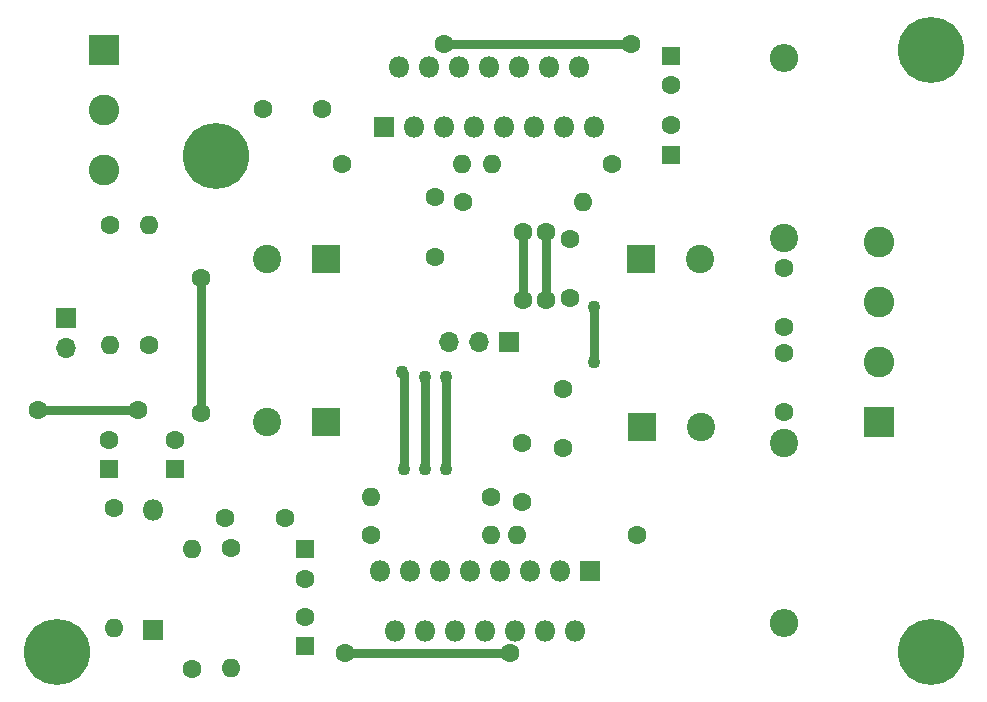
<source format=gbr>
%TF.GenerationSoftware,KiCad,Pcbnew,6.0.9-8da3e8f707~117~ubuntu20.04.1*%
%TF.CreationDate,2022-12-08T11:19:40-05:00*%
%TF.ProjectId,TDA7294,54444137-3239-4342-9e6b-696361645f70,v1.0.0*%
%TF.SameCoordinates,PX6146580PY3dfd240*%
%TF.FileFunction,Copper,L1,Top*%
%TF.FilePolarity,Positive*%
%FSLAX46Y46*%
G04 Gerber Fmt 4.6, Leading zero omitted, Abs format (unit mm)*
G04 Created by KiCad (PCBNEW 6.0.9-8da3e8f707~117~ubuntu20.04.1) date 2022-12-08 11:19:40*
%MOMM*%
%LPD*%
G01*
G04 APERTURE LIST*
%TA.AperFunction,ComponentPad*%
%ADD10R,1.600000X1.600000*%
%TD*%
%TA.AperFunction,ComponentPad*%
%ADD11C,1.600000*%
%TD*%
%TA.AperFunction,ComponentPad*%
%ADD12R,2.400000X2.400000*%
%TD*%
%TA.AperFunction,ComponentPad*%
%ADD13C,2.400000*%
%TD*%
%TA.AperFunction,ComponentPad*%
%ADD14R,1.800000X1.800000*%
%TD*%
%TA.AperFunction,ComponentPad*%
%ADD15O,1.800000X1.800000*%
%TD*%
%TA.AperFunction,ComponentPad*%
%ADD16R,2.600000X2.600000*%
%TD*%
%TA.AperFunction,ComponentPad*%
%ADD17C,2.600000*%
%TD*%
%TA.AperFunction,ComponentPad*%
%ADD18R,1.700000X1.700000*%
%TD*%
%TA.AperFunction,ComponentPad*%
%ADD19O,1.700000X1.700000*%
%TD*%
%TA.AperFunction,ComponentPad*%
%ADD20O,1.600000X1.600000*%
%TD*%
%TA.AperFunction,ComponentPad*%
%ADD21O,2.400000X2.400000*%
%TD*%
%TA.AperFunction,ComponentPad*%
%ADD22C,5.600000*%
%TD*%
%TA.AperFunction,ViaPad*%
%ADD23C,1.600000*%
%TD*%
%TA.AperFunction,ViaPad*%
%ADD24C,1.100000*%
%TD*%
%TA.AperFunction,Conductor*%
%ADD25C,0.800000*%
%TD*%
G04 APERTURE END LIST*
D10*
%TO.P,C1,1*%
%TO.N,/MUTE*%
X12900000Y-44000000D03*
D11*
%TO.P,C1,2*%
%TO.N,GND*%
X12900000Y-41500000D03*
%TD*%
D10*
%TO.P,C2,1*%
%TO.N,/STBY*%
X18500000Y-44000000D03*
D11*
%TO.P,C2,2*%
%TO.N,GND*%
X18500000Y-41500000D03*
%TD*%
%TO.P,C3,1*%
%TO.N,Net-(C3-Pad1)*%
X40500000Y-21000000D03*
%TO.P,C3,2*%
%TO.N,/IN1*%
X40500000Y-26000000D03*
%TD*%
D10*
%TO.P,C4,1*%
%TO.N,Net-(C4-Pad1)*%
X60500000Y-17400000D03*
D11*
%TO.P,C4,2*%
%TO.N,GND*%
X60500000Y-14900000D03*
%TD*%
%TO.P,C5,1*%
%TO.N,/+VS*%
X52000000Y-24500000D03*
%TO.P,C5,2*%
%TO.N,GND*%
X52000000Y-29500000D03*
%TD*%
%TO.P,C6,1*%
%TO.N,/-VS*%
X26000000Y-13500000D03*
%TO.P,C6,2*%
%TO.N,GND*%
X31000000Y-13500000D03*
%TD*%
D12*
%TO.P,C7,1*%
%TO.N,/+VS*%
X58000000Y-26250000D03*
D13*
%TO.P,C7,2*%
%TO.N,GND*%
X63000000Y-26250000D03*
%TD*%
D12*
%TO.P,C8,1*%
%TO.N,GND*%
X31300000Y-26200000D03*
D13*
%TO.P,C8,2*%
%TO.N,/-VS*%
X26300000Y-26200000D03*
%TD*%
D10*
%TO.P,C9,1*%
%TO.N,Net-(C9-Pad1)*%
X60500000Y-9000000D03*
D11*
%TO.P,C9,2*%
%TO.N,/OUT1*%
X60500000Y-11500000D03*
%TD*%
%TO.P,C10,1*%
%TO.N,GND*%
X70100000Y-32000000D03*
%TO.P,C10,2*%
%TO.N,Net-(C10-Pad2)*%
X70100000Y-27000000D03*
%TD*%
%TO.P,C11,1*%
%TO.N,Net-(C11-Pad1)*%
X47900000Y-46800000D03*
%TO.P,C11,2*%
%TO.N,/IN2*%
X47900000Y-41800000D03*
%TD*%
D10*
%TO.P,C12,1*%
%TO.N,Net-(C12-Pad1)*%
X29500000Y-50800000D03*
D11*
%TO.P,C12,2*%
%TO.N,GND*%
X29500000Y-53300000D03*
%TD*%
%TO.P,C13,1*%
%TO.N,/+VS*%
X51400000Y-42200000D03*
%TO.P,C13,2*%
%TO.N,GND*%
X51400000Y-37200000D03*
%TD*%
%TO.P,C14,1*%
%TO.N,/-VS*%
X22800000Y-48100000D03*
%TO.P,C14,2*%
%TO.N,GND*%
X27800000Y-48100000D03*
%TD*%
D12*
%TO.P,C15,1*%
%TO.N,/+VS*%
X58100000Y-40400000D03*
D13*
%TO.P,C15,2*%
%TO.N,GND*%
X63100000Y-40400000D03*
%TD*%
D12*
%TO.P,C16,1*%
%TO.N,GND*%
X31300000Y-40000000D03*
D13*
%TO.P,C16,2*%
%TO.N,/-VS*%
X26300000Y-40000000D03*
%TD*%
D10*
%TO.P,C17,1*%
%TO.N,Net-(C17-Pad1)*%
X29500000Y-59000000D03*
D11*
%TO.P,C17,2*%
%TO.N,/OUT2*%
X29500000Y-56500000D03*
%TD*%
%TO.P,C18,1*%
%TO.N,GND*%
X70100000Y-34200000D03*
%TO.P,C18,2*%
%TO.N,Net-(C18-Pad2)*%
X70100000Y-39200000D03*
%TD*%
D14*
%TO.P,D1,1,K*%
%TO.N,Net-(D1-Pad1)*%
X16700000Y-57580000D03*
D15*
%TO.P,D1,2,A*%
%TO.N,/MUTE*%
X16700000Y-47420000D03*
%TD*%
D16*
%TO.P,J1,1,Pin_1*%
%TO.N,/-VS*%
X12500000Y-8500000D03*
D17*
%TO.P,J1,2,Pin_2*%
%TO.N,GND*%
X12500000Y-13580000D03*
%TO.P,J1,3,Pin_3*%
%TO.N,/+VS*%
X12500000Y-18660000D03*
%TD*%
D16*
%TO.P,J2,1,Pin_1*%
%TO.N,/OUT2*%
X78100000Y-40000000D03*
D17*
%TO.P,J2,2,Pin_2*%
%TO.N,GND*%
X78100000Y-34920000D03*
%TO.P,J2,3,Pin_3*%
X78100000Y-29840000D03*
%TO.P,J2,4,Pin_4*%
%TO.N,/OUT1*%
X78100000Y-24760000D03*
%TD*%
D18*
%TO.P,JP1,1,1*%
%TO.N,/EN*%
X9300000Y-31200000D03*
D19*
%TO.P,JP1,2,2*%
%TO.N,Net-(JP1-Pad2)*%
X9300000Y-33740000D03*
%TD*%
D11*
%TO.P,R1,1*%
%TO.N,/EN*%
X16300000Y-33460000D03*
D20*
%TO.P,R1,2*%
%TO.N,/+VS*%
X16300000Y-23300000D03*
%TD*%
D11*
%TO.P,R2,1*%
%TO.N,GND*%
X13000000Y-23300000D03*
D20*
%TO.P,R2,2*%
%TO.N,/EN*%
X13000000Y-33460000D03*
%TD*%
D11*
%TO.P,R3,1*%
%TO.N,Net-(D1-Pad1)*%
X20000000Y-60880000D03*
D20*
%TO.P,R3,2*%
%TO.N,Net-(JP1-Pad2)*%
X20000000Y-50720000D03*
%TD*%
D11*
%TO.P,R4,1*%
%TO.N,/STBY*%
X23300000Y-50700000D03*
D20*
%TO.P,R4,2*%
%TO.N,Net-(JP1-Pad2)*%
X23300000Y-60860000D03*
%TD*%
D11*
%TO.P,R5,1*%
%TO.N,/MUTE*%
X13400000Y-47320000D03*
D20*
%TO.P,R5,2*%
%TO.N,Net-(D1-Pad1)*%
X13400000Y-57480000D03*
%TD*%
D11*
%TO.P,R6,1*%
%TO.N,GND*%
X32700000Y-18200000D03*
D20*
%TO.P,R6,2*%
%TO.N,Net-(C3-Pad1)*%
X42860000Y-18200000D03*
%TD*%
D11*
%TO.P,R7,1*%
%TO.N,Net-(R7-Pad1)*%
X42900000Y-21400000D03*
D20*
%TO.P,R7,2*%
%TO.N,Net-(C4-Pad1)*%
X53060000Y-21400000D03*
%TD*%
D11*
%TO.P,R8,1*%
%TO.N,/OUT1*%
X55500000Y-18200000D03*
D20*
%TO.P,R8,2*%
%TO.N,Net-(R7-Pad1)*%
X45340000Y-18200000D03*
%TD*%
D13*
%TO.P,R9,1*%
%TO.N,Net-(C10-Pad2)*%
X70100000Y-24400000D03*
D21*
%TO.P,R9,2*%
%TO.N,/OUT1*%
X70100000Y-9160000D03*
%TD*%
D11*
%TO.P,R10,1*%
%TO.N,GND*%
X57660000Y-49600000D03*
D20*
%TO.P,R10,2*%
%TO.N,Net-(C11-Pad1)*%
X47500000Y-49600000D03*
%TD*%
D11*
%TO.P,R11,1*%
%TO.N,Net-(R11-Pad1)*%
X45260000Y-46400000D03*
D20*
%TO.P,R11,2*%
%TO.N,Net-(C12-Pad1)*%
X35100000Y-46400000D03*
%TD*%
D13*
%TO.P,R13,1*%
%TO.N,Net-(C18-Pad2)*%
X70100000Y-41800000D03*
D21*
%TO.P,R13,2*%
%TO.N,/OUT2*%
X70100000Y-57040000D03*
%TD*%
D14*
%TO.P,U1,1,SGND*%
%TO.N,GND*%
X36250000Y-15000000D03*
D15*
%TO.P,U1,2,-*%
%TO.N,Net-(R7-Pad1)*%
X37520000Y-9920000D03*
%TO.P,U1,3,+*%
%TO.N,Net-(C3-Pad1)*%
X38790000Y-15000000D03*
%TO.P,U1,4,SIG_GND*%
%TO.N,GND*%
X40060000Y-9920000D03*
%TO.P,U1,5,NC*%
%TO.N,unconnected-(U1-Pad5)*%
X41330000Y-15000000D03*
%TO.P,U1,6,BOOT*%
%TO.N,Net-(C9-Pad1)*%
X42600000Y-9920000D03*
%TO.P,U1,7,+Vs*%
%TO.N,/+VS*%
X43870000Y-15000000D03*
%TO.P,U1,8,-Vs*%
%TO.N,/-VS*%
X45140000Y-9920000D03*
%TO.P,U1,9,STBY*%
%TO.N,/STBY*%
X46410000Y-15000000D03*
%TO.P,U1,10,MUTE*%
%TO.N,/MUTE*%
X47680000Y-9920000D03*
%TO.P,U1,11,NC*%
%TO.N,unconnected-(U1-Pad11)*%
X48950000Y-15000000D03*
%TO.P,U1,12,NC*%
%TO.N,unconnected-(U1-Pad12)*%
X50220000Y-9920000D03*
%TO.P,U1,13,+Vs*%
%TO.N,/+VS*%
X51490000Y-15000000D03*
%TO.P,U1,14*%
%TO.N,/OUT1*%
X52760000Y-9920000D03*
%TO.P,U1,15,-Vs*%
%TO.N,/-VS*%
X54030000Y-15000000D03*
%TD*%
D14*
%TO.P,U2,1,SGND*%
%TO.N,GND*%
X53700000Y-52600000D03*
D15*
%TO.P,U2,2,-*%
%TO.N,Net-(R11-Pad1)*%
X52430000Y-57680000D03*
%TO.P,U2,3,+*%
%TO.N,Net-(C11-Pad1)*%
X51160000Y-52600000D03*
%TO.P,U2,4,SIG_GND*%
%TO.N,GND*%
X49890000Y-57680000D03*
%TO.P,U2,5,NC*%
%TO.N,unconnected-(U2-Pad5)*%
X48620000Y-52600000D03*
%TO.P,U2,6,BOOT*%
%TO.N,Net-(C17-Pad1)*%
X47350000Y-57680000D03*
%TO.P,U2,7,+Vs*%
%TO.N,/+VS*%
X46080000Y-52600000D03*
%TO.P,U2,8,-Vs*%
%TO.N,/-VS*%
X44810000Y-57680000D03*
%TO.P,U2,9,STBY*%
%TO.N,/STBY*%
X43540000Y-52600000D03*
%TO.P,U2,10,MUTE*%
%TO.N,/MUTE*%
X42270000Y-57680000D03*
%TO.P,U2,11,NC*%
%TO.N,unconnected-(U2-Pad11)*%
X41000000Y-52600000D03*
%TO.P,U2,12,NC*%
%TO.N,unconnected-(U2-Pad12)*%
X39730000Y-57680000D03*
%TO.P,U2,13,+Vs*%
%TO.N,/+VS*%
X38460000Y-52600000D03*
%TO.P,U2,14*%
%TO.N,/OUT2*%
X37190000Y-57680000D03*
%TO.P,U2,15,-Vs*%
%TO.N,/-VS*%
X35920000Y-52600000D03*
%TD*%
D18*
%TO.P,J3,1,Pin_1*%
%TO.N,/IN2*%
X46840000Y-33200000D03*
D19*
%TO.P,J3,2,Pin_2*%
%TO.N,GND*%
X44300000Y-33200000D03*
%TO.P,J3,3,Pin_3*%
%TO.N,/IN1*%
X41760000Y-33200000D03*
%TD*%
D11*
%TO.P,R12,1*%
%TO.N,/OUT2*%
X35100000Y-49600000D03*
D20*
%TO.P,R12,2*%
%TO.N,Net-(R11-Pad1)*%
X45260000Y-49600000D03*
%TD*%
D22*
%TO.P,H3,1,1*%
%TO.N,GND*%
X82500000Y-8500000D03*
%TD*%
%TO.P,H2,1,1*%
%TO.N,GND*%
X8500000Y-59500000D03*
%TD*%
%TO.P,H4,1,1*%
%TO.N,GND*%
X22000000Y-17500000D03*
%TD*%
%TO.P,H1,1,1*%
%TO.N,GND*%
X82500000Y-59500000D03*
%TD*%
D23*
%TO.N,GND*%
X6900000Y-39000000D03*
X15400000Y-39000000D03*
%TO.N,/MUTE*%
X49900002Y-23910000D03*
X49900002Y-29700000D03*
D24*
X39700000Y-36200054D03*
X39700000Y-43999994D03*
D23*
%TO.N,/STBY*%
X48010000Y-29700000D03*
D24*
X41500002Y-36200000D03*
D23*
X48010000Y-23900000D03*
D24*
X41500000Y-43999988D03*
%TO.N,/+VS*%
X54000000Y-34900004D03*
X37786820Y-35786820D03*
X54000000Y-30300000D03*
X37900000Y-44000000D03*
D23*
%TO.N,/-VS*%
X20700008Y-27800000D03*
X20700000Y-39210000D03*
%TO.N,Net-(C9-Pad1)*%
X41300000Y-8000000D03*
X57100000Y-8000000D03*
%TO.N,Net-(C17-Pad1)*%
X32900000Y-59600000D03*
X46900000Y-59600000D03*
%TD*%
D25*
%TO.N,GND*%
X15400000Y-39000000D02*
X6900000Y-39000000D01*
%TO.N,/MUTE*%
X39700000Y-43999994D02*
X39700000Y-36200054D01*
X49900002Y-29700000D02*
X49900002Y-23910000D01*
%TO.N,/STBY*%
X48010000Y-29700000D02*
X48010000Y-23900000D01*
X41500000Y-36200002D02*
X41500002Y-36200000D01*
X41500000Y-39600000D02*
X41500000Y-36200002D01*
X41500000Y-43999988D02*
X41500000Y-39600000D01*
%TO.N,/+VS*%
X37900000Y-44000000D02*
X37900000Y-35900000D01*
X37900000Y-35900000D02*
X37786820Y-35786820D01*
X54000000Y-30300000D02*
X54000000Y-34900004D01*
%TO.N,/-VS*%
X20700008Y-27800000D02*
X20700008Y-39209992D01*
X20700008Y-39209992D02*
X20700000Y-39210000D01*
%TO.N,Net-(C9-Pad1)*%
X41300000Y-8000000D02*
X57100000Y-8000000D01*
%TO.N,Net-(C17-Pad1)*%
X46900000Y-59600000D02*
X32900000Y-59600000D01*
%TD*%
M02*

</source>
